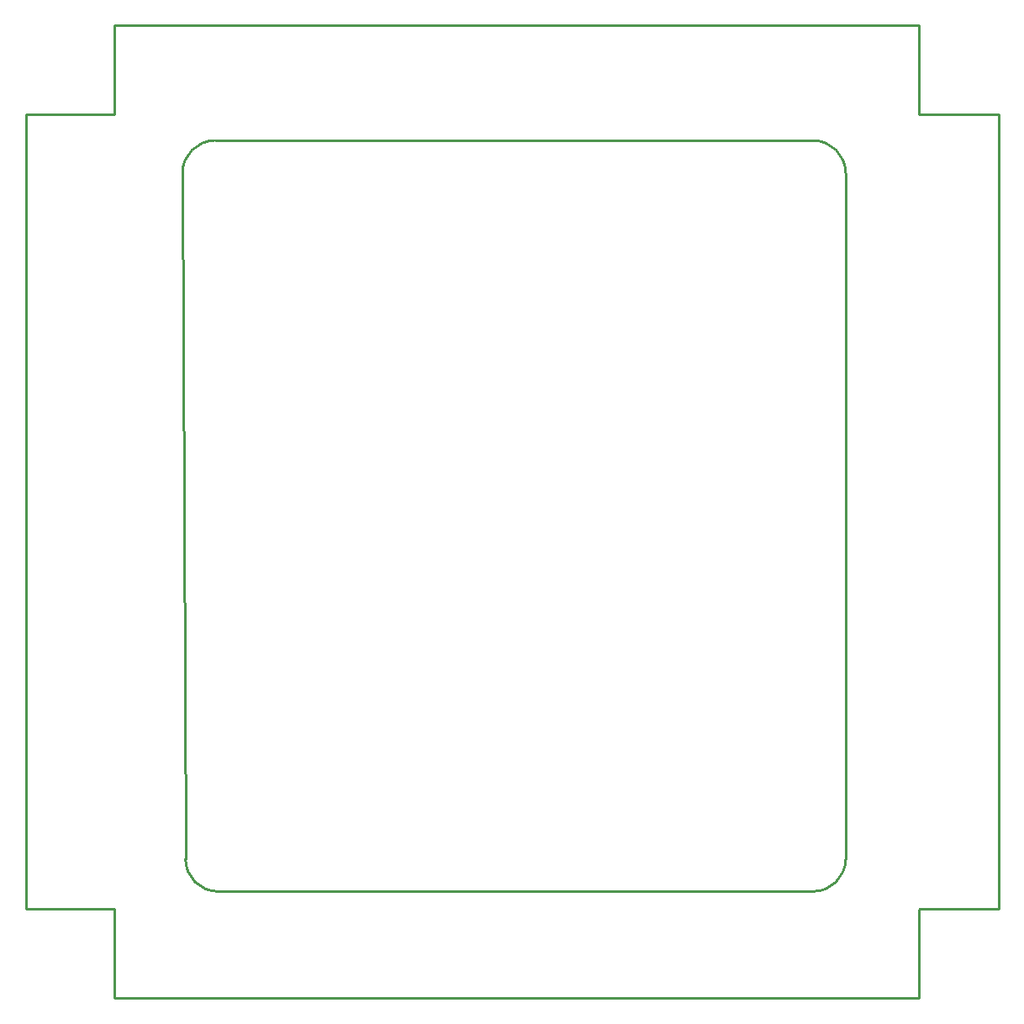
<source format=gko>
G04*
G04 #@! TF.GenerationSoftware,Altium Limited,Altium Designer,18.1.7 (191)*
G04*
G04 Layer_Color=16711935*
%FSLAX25Y25*%
%MOIN*%
G70*
G01*
G75*
%ADD12C,0.01000*%
D12*
X63700Y55300D02*
G03*
X76500Y42500I12800J0D01*
G01*
X325400Y327400D02*
G03*
X312600Y340200I-12800J0D01*
G01*
Y42500D02*
G03*
X325400Y55300I0J12800D01*
G01*
X75300Y340200D02*
G03*
X62500Y327400I0J-12800D01*
G01*
X325400Y327100D02*
X325400Y55300D01*
X76700Y42500D02*
X312600D01*
X75300Y340200D02*
X312600Y340200D01*
X62473Y327400D02*
X63700Y55300D01*
X354600Y35400D02*
X354700Y35500D01*
X386100D01*
X35600Y100D02*
Y35600D01*
X300D02*
X35600D01*
X300D02*
Y350500D01*
X35500D01*
Y379400D01*
Y385900D01*
X38500D01*
X354600D01*
Y350500D02*
Y385900D01*
Y350500D02*
X386100D01*
Y347700D02*
Y350500D01*
Y35500D02*
Y347700D01*
X354600Y100D02*
Y35400D01*
X35600Y100D02*
X354600D01*
M02*

</source>
